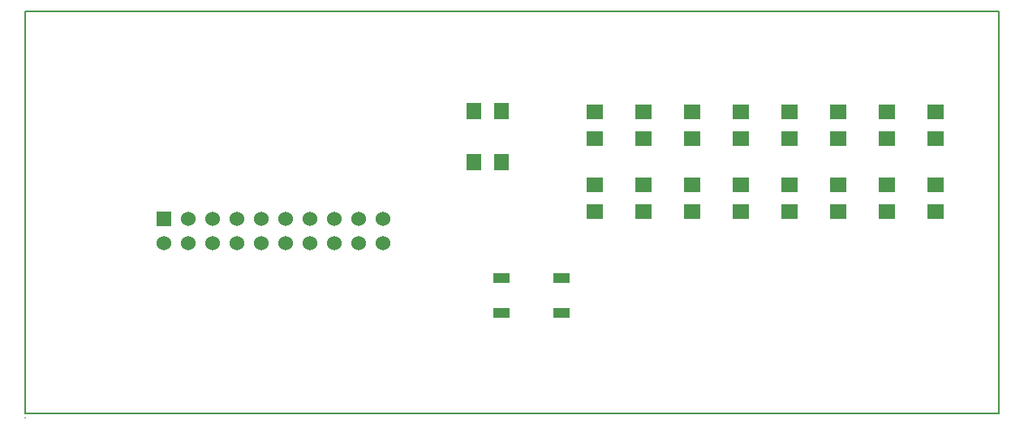
<source format=gts>
G04 (created by PCBNEW (2013-jul-07)-stable) date ven. 28 nov. 2014 16:43:25 CET*
%MOIN*%
G04 Gerber Fmt 3.4, Leading zero omitted, Abs format*
%FSLAX34Y34*%
G01*
G70*
G90*
G04 APERTURE LIST*
%ADD10C,0.00590551*%
%ADD11R,0.06X0.06*%
%ADD12C,0.06*%
%ADD13R,0.0709X0.0433*%
%ADD14R,0.0709X0.0629*%
%ADD15R,0.0629X0.0709*%
G04 APERTURE END LIST*
G54D10*
X74000Y-29100D02*
X74000Y-45650D01*
X73400Y-29100D02*
X74000Y-29100D01*
X73400Y-45650D02*
X74000Y-45650D01*
X34000Y-29100D02*
X34000Y-45600D01*
X34000Y-29100D02*
X73400Y-29100D01*
X34000Y-45650D02*
X34000Y-45600D01*
X73400Y-45650D02*
X34000Y-45650D01*
X34000Y-45800D02*
G75*
G03X34000Y-45800I0J0D01*
G74*
G01*
X33999Y-45800D02*
X34000Y-45800D01*
X34000Y-45799D02*
X34000Y-45800D01*
G54D11*
X39700Y-37650D03*
G54D12*
X39700Y-38650D03*
X40700Y-37650D03*
X40700Y-38650D03*
X41700Y-37650D03*
X41700Y-38650D03*
X42700Y-37650D03*
X42700Y-38650D03*
X43700Y-37650D03*
X43700Y-38650D03*
X44700Y-37650D03*
X44700Y-38650D03*
X45700Y-37650D03*
X45700Y-38650D03*
X46700Y-37650D03*
X46700Y-38650D03*
X47700Y-37650D03*
X47700Y-38650D03*
X48700Y-37650D03*
X48700Y-38650D03*
G54D13*
X56020Y-41528D03*
X53580Y-41528D03*
X53580Y-40072D03*
X56020Y-40072D03*
G54D14*
X69400Y-37359D03*
X69400Y-36241D03*
X57400Y-37359D03*
X57400Y-36241D03*
X59400Y-37359D03*
X59400Y-36241D03*
G54D15*
X53559Y-35300D03*
X52441Y-35300D03*
G54D14*
X61400Y-37359D03*
X61400Y-36241D03*
G54D15*
X52441Y-33200D03*
X53559Y-33200D03*
G54D14*
X63400Y-37359D03*
X63400Y-36241D03*
X65400Y-37359D03*
X65400Y-36241D03*
X67400Y-37359D03*
X67400Y-36241D03*
X63400Y-33241D03*
X63400Y-34359D03*
X71400Y-37359D03*
X71400Y-36241D03*
X57400Y-33241D03*
X57400Y-34359D03*
X59400Y-33241D03*
X59400Y-34359D03*
X61400Y-33241D03*
X61400Y-34359D03*
X71400Y-33241D03*
X71400Y-34359D03*
X69400Y-33241D03*
X69400Y-34359D03*
X67400Y-33241D03*
X67400Y-34359D03*
X65400Y-33241D03*
X65400Y-34359D03*
M02*

</source>
